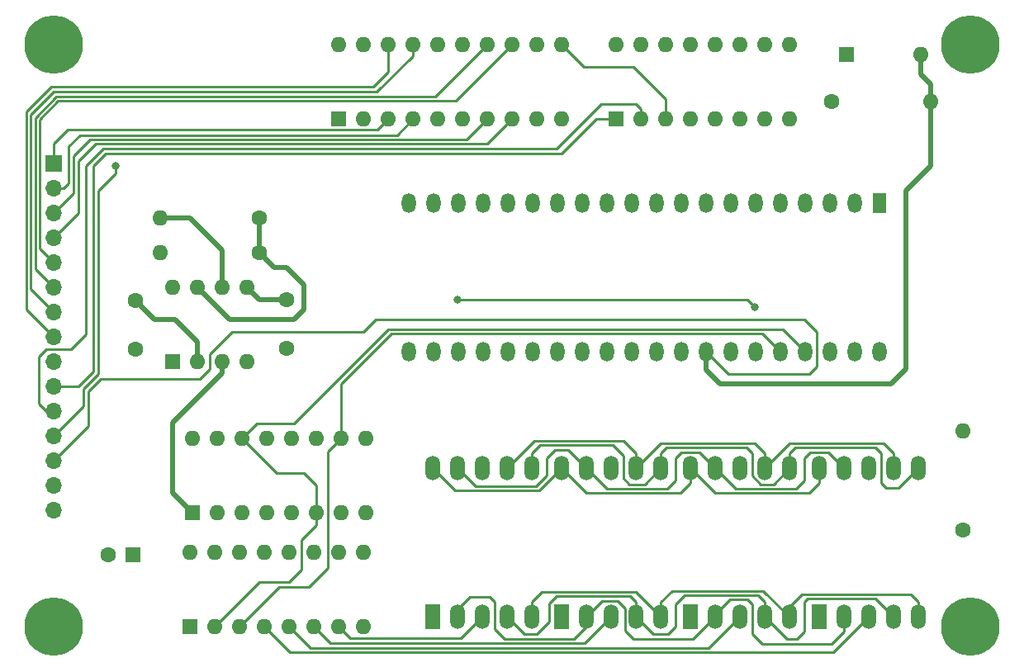
<source format=gbr>
%TF.GenerationSoftware,KiCad,Pcbnew,(5.1.10-1-10_14)*%
%TF.CreationDate,2021-07-31T23:03:57-04:00*%
%TF.ProjectId,DISPLAY,44495350-4c41-4592-9e6b-696361645f70,rev?*%
%TF.SameCoordinates,Original*%
%TF.FileFunction,Copper,L1,Top*%
%TF.FilePolarity,Positive*%
%FSLAX46Y46*%
G04 Gerber Fmt 4.6, Leading zero omitted, Abs format (unit mm)*
G04 Created by KiCad (PCBNEW (5.1.10-1-10_14)) date 2021-07-31 23:03:57*
%MOMM*%
%LPD*%
G01*
G04 APERTURE LIST*
%TA.AperFunction,ComponentPad*%
%ADD10O,1.700000X1.700000*%
%TD*%
%TA.AperFunction,ComponentPad*%
%ADD11R,1.700000X1.700000*%
%TD*%
%TA.AperFunction,ComponentPad*%
%ADD12O,1.600000X1.600000*%
%TD*%
%TA.AperFunction,ComponentPad*%
%ADD13C,1.600000*%
%TD*%
%TA.AperFunction,ComponentPad*%
%ADD14R,1.600000X1.600000*%
%TD*%
%TA.AperFunction,ComponentPad*%
%ADD15C,0.800000*%
%TD*%
%TA.AperFunction,ComponentPad*%
%ADD16C,6.000000*%
%TD*%
%TA.AperFunction,ComponentPad*%
%ADD17O,1.440000X2.000000*%
%TD*%
%TA.AperFunction,ComponentPad*%
%ADD18R,1.440000X2.000000*%
%TD*%
%TA.AperFunction,ComponentPad*%
%ADD19R,1.524000X2.524000*%
%TD*%
%TA.AperFunction,ComponentPad*%
%ADD20O,1.524000X2.524000*%
%TD*%
%TA.AperFunction,ViaPad*%
%ADD21C,0.800000*%
%TD*%
%TA.AperFunction,Conductor*%
%ADD22C,0.500000*%
%TD*%
%TA.AperFunction,Conductor*%
%ADD23C,0.250000*%
%TD*%
G04 APERTURE END LIST*
D10*
%TO.P,J2,15*%
%TO.N,VCC*%
X86868000Y-58928000D03*
%TO.P,J2,14*%
%TO.N,GND*%
X86868000Y-56388000D03*
%TO.P,J2,13*%
%TO.N,SIGNED*%
X86868000Y-53848000D03*
%TO.P,J2,12*%
%TO.N,RST*%
X86868000Y-51308000D03*
%TO.P,J2,11*%
%TO.N,CLOCK*%
X86868000Y-48768000D03*
%TO.P,J2,10*%
%TO.N,OI*%
X86868000Y-46228000D03*
%TO.P,J2,9*%
%TO.N,HEX*%
X86868000Y-43688000D03*
%TO.P,J2,8*%
%TO.N,BUS0*%
X86868000Y-41148000D03*
%TO.P,J2,7*%
%TO.N,BUS1*%
X86868000Y-38608000D03*
%TO.P,J2,6*%
%TO.N,BUS2*%
X86868000Y-36068000D03*
%TO.P,J2,5*%
%TO.N,BUS3*%
X86868000Y-33528000D03*
%TO.P,J2,4*%
%TO.N,BUS4*%
X86868000Y-30988000D03*
%TO.P,J2,3*%
%TO.N,BUS5*%
X86868000Y-28448000D03*
%TO.P,J2,2*%
%TO.N,BUS6*%
X86868000Y-25908000D03*
D11*
%TO.P,J2,1*%
%TO.N,BUS7*%
X86868000Y-23368000D03*
%TD*%
D12*
%TO.P,R2,2*%
%TO.N,HEX*%
X180086000Y-50800000D03*
D13*
%TO.P,R2,1*%
%TO.N,GND*%
X180086000Y-60960000D03*
%TD*%
D12*
%TO.P,SW1,2*%
%TO.N,SIGNED*%
X175768000Y-12192000D03*
D14*
%TO.P,SW1,1*%
%TO.N,VCC*%
X168148000Y-12192000D03*
%TD*%
D12*
%TO.P,R1,2*%
%TO.N,SIGNED*%
X176784000Y-17018000D03*
D13*
%TO.P,R1,1*%
%TO.N,GND*%
X166624000Y-17018000D03*
%TD*%
%TO.P,C16,2*%
%TO.N,GND*%
X92496000Y-63500000D03*
D14*
%TO.P,C16,1*%
%TO.N,VCC*%
X94996000Y-63500000D03*
%TD*%
D15*
%TO.P,REF\u002A\u002A,1*%
%TO.N,N/C*%
X88458990Y-9585010D03*
X86868000Y-8926000D03*
X85277010Y-9585010D03*
X84618000Y-11176000D03*
X85277010Y-12766990D03*
X86868000Y-13426000D03*
X88458990Y-12766990D03*
X89118000Y-11176000D03*
D16*
X86868000Y-11176000D03*
%TD*%
%TO.P,REF\u002A\u002A,1*%
%TO.N,N/C*%
X86868000Y-70866000D03*
D15*
X89118000Y-70866000D03*
X88458990Y-72456990D03*
X86868000Y-73116000D03*
X85277010Y-72456990D03*
X84618000Y-70866000D03*
X85277010Y-69275010D03*
X86868000Y-68616000D03*
X88458990Y-69275010D03*
%TD*%
D16*
%TO.P,REF\u002A\u002A,1*%
%TO.N,N/C*%
X180848000Y-11176000D03*
D15*
X183098000Y-11176000D03*
X182438990Y-12766990D03*
X180848000Y-13426000D03*
X179257010Y-12766990D03*
X178598000Y-11176000D03*
X179257010Y-9585010D03*
X180848000Y-8926000D03*
X182438990Y-9585010D03*
%TD*%
%TO.P,REF\u002A\u002A,1*%
%TO.N,N/C*%
X182438990Y-69275010D03*
X180848000Y-68616000D03*
X179257010Y-69275010D03*
X178598000Y-70866000D03*
X179257010Y-72456990D03*
X180848000Y-73116000D03*
X182438990Y-72456990D03*
X183098000Y-70866000D03*
D16*
X180848000Y-70866000D03*
%TD*%
D12*
%TO.P,U4332,16*%
%TO.N,VCC*%
X100838000Y-63246000D03*
%TO.P,U4332,8*%
%TO.N,GND*%
X118618000Y-70866000D03*
%TO.P,U4332,15*%
%TO.N,N/C*%
X103378000Y-63246000D03*
%TO.P,U4332,7*%
%TO.N,SIGN_DISPLAY*%
X116078000Y-70866000D03*
%TO.P,U4332,14*%
%TO.N,N/C*%
X105918000Y-63246000D03*
%TO.P,U4332,6*%
%TO.N,100_DISPLAY*%
X113538000Y-70866000D03*
%TO.P,U4332,13*%
%TO.N,N/C*%
X108458000Y-63246000D03*
%TO.P,U4332,5*%
%TO.N,10_DISPLAY*%
X110998000Y-70866000D03*
%TO.P,U4332,12*%
%TO.N,N/C*%
X110998000Y-63246000D03*
%TO.P,U4332,4*%
%TO.N,1_DISPLAY*%
X108458000Y-70866000D03*
%TO.P,U4332,11*%
%TO.N,N/C*%
X113538000Y-63246000D03*
%TO.P,U4332,3*%
%TO.N,A1*%
X105918000Y-70866000D03*
%TO.P,U4332,10*%
%TO.N,N/C*%
X116078000Y-63246000D03*
%TO.P,U4332,2*%
%TO.N,A0*%
X103378000Y-70866000D03*
%TO.P,U4332,9*%
%TO.N,N/C*%
X118618000Y-63246000D03*
D14*
%TO.P,U4332,1*%
%TO.N,GND*%
X100838000Y-70866000D03*
%TD*%
D12*
%TO.P,U2444,16*%
%TO.N,VCC*%
X101092000Y-51562000D03*
%TO.P,U2444,8*%
X118872000Y-59182000D03*
%TO.P,U2444,15*%
%TO.N,Net-(U2444-Pad15)*%
X103632000Y-51562000D03*
%TO.P,U2444,7*%
%TO.N,VCC*%
X116332000Y-59182000D03*
%TO.P,U2444,14*%
%TO.N,A0*%
X106172000Y-51562000D03*
%TO.P,U2444,6*%
X113792000Y-59182000D03*
%TO.P,U2444,13*%
%TO.N,GND*%
X108712000Y-51562000D03*
%TO.P,U2444,5*%
%TO.N,VCC*%
X111252000Y-59182000D03*
%TO.P,U2444,12*%
X111252000Y-51562000D03*
%TO.P,U2444,4*%
X108712000Y-59182000D03*
%TO.P,U2444,11*%
%TO.N,Net-(U2444-Pad11)*%
X113792000Y-51562000D03*
%TO.P,U2444,3*%
%TO.N,VCC*%
X106172000Y-59182000D03*
%TO.P,U2444,10*%
%TO.N,A1*%
X116332000Y-51562000D03*
%TO.P,U2444,2*%
%TO.N,VCC*%
X103632000Y-59182000D03*
%TO.P,U2444,9*%
X118872000Y-51562000D03*
D14*
%TO.P,U2444,1*%
%TO.N,RATE*%
X101092000Y-59182000D03*
%TD*%
D12*
%TO.P,U1555,8*%
%TO.N,VCC*%
X99060000Y-36068000D03*
%TO.P,U1555,4*%
%TO.N,Net-(U1555-Pad4)*%
X106680000Y-43688000D03*
%TO.P,U1555,7*%
%TO.N,Net-(R1452-Pad1)*%
X101600000Y-36068000D03*
%TO.P,U1555,3*%
%TO.N,RATE*%
X104140000Y-43688000D03*
%TO.P,U1555,6*%
%TO.N,Net-(C133-Pad2)*%
X104140000Y-36068000D03*
%TO.P,U1555,2*%
X101600000Y-43688000D03*
%TO.P,U1555,5*%
%TO.N,Net-(C233-Pad1)*%
X106680000Y-36068000D03*
D14*
%TO.P,U1555,1*%
%TO.N,GND*%
X99060000Y-43688000D03*
%TD*%
D17*
%TO.P,U9,*%
%TO.N,*%
X123291600Y-42672000D03*
X123291600Y-27432000D03*
X125831600Y-42672000D03*
X125831600Y-27432000D03*
X128371600Y-42672000D03*
X128371600Y-27432000D03*
X130911600Y-42672000D03*
X130911600Y-27432000D03*
X133451600Y-42672000D03*
X133451600Y-27432000D03*
X135991600Y-42672000D03*
X135991600Y-27432000D03*
%TO.P,U9,15*%
%TO.N,D_SEG*%
X138531600Y-42672000D03*
%TO.P,U9,14*%
%TO.N,GND*%
X138531600Y-27432000D03*
%TO.P,U9,16*%
%TO.N,C_SEG*%
X141071600Y-42672000D03*
%TO.P,U9,13*%
%TO.N,E_SEG*%
X141071600Y-27432000D03*
%TO.P,U9,17*%
%TO.N,B_SEG*%
X143611600Y-42672000D03*
%TO.P,U9,12*%
%TO.N,F_SEG*%
X143611600Y-27432000D03*
%TO.P,U9,18*%
%TO.N,A_SEG*%
X146151600Y-42672000D03*
%TO.P,U9,11*%
%TO.N,G_SEG*%
X146151600Y-27432000D03*
%TO.P,U9,19*%
%TO.N,DP_SEG*%
X148691600Y-42672000D03*
%TO.P,U9,10*%
%TO.N,Net-(U3-Pad19)*%
X148691600Y-27432000D03*
%TO.P,U9,20*%
%TO.N,GND*%
X151231600Y-42672000D03*
%TO.P,U9,9*%
%TO.N,Net-(U3-Pad16)*%
X151231600Y-27432000D03*
%TO.P,U9,21*%
%TO.N,SIGNED*%
X153771600Y-42672000D03*
%TO.P,U9,8*%
%TO.N,Net-(U3-Pad15)*%
X153771600Y-27432000D03*
%TO.P,U9,22*%
%TO.N,GND*%
X156311600Y-42672000D03*
%TO.P,U9,7*%
%TO.N,Net-(U3-Pad12)*%
X156311600Y-27432000D03*
%TO.P,U9,23*%
%TO.N,HEX*%
X158851600Y-42672000D03*
%TO.P,U9,6*%
%TO.N,Net-(U3-Pad9)*%
X158851600Y-27432000D03*
%TO.P,U9,24*%
%TO.N,A1*%
X161391600Y-42672000D03*
%TO.P,U9,5*%
%TO.N,Net-(U3-Pad6)*%
X161391600Y-27432000D03*
%TO.P,U9,25*%
%TO.N,A0*%
X163931600Y-42672000D03*
%TO.P,U9,4*%
%TO.N,Net-(U3-Pad5)*%
X163931600Y-27432000D03*
%TO.P,U9,26*%
%TO.N,GND*%
X166471600Y-42672000D03*
%TO.P,U9,3*%
%TO.N,Net-(U3-Pad2)*%
X166471600Y-27432000D03*
%TO.P,U9,27*%
%TO.N,VCC*%
X169011600Y-42672000D03*
%TO.P,U9,2*%
%TO.N,GND*%
X169011600Y-27432000D03*
%TO.P,U9,28*%
%TO.N,VCC*%
X171551600Y-42672000D03*
D18*
%TO.P,U9,1*%
%TO.N,GND*%
X171551600Y-27432000D03*
%TD*%
D19*
%TO.P,U6,1*%
%TO.N,E_SEG*%
X165354000Y-69850000D03*
D20*
%TO.P,U6,2*%
%TO.N,D_SEG*%
X167894000Y-69850000D03*
%TO.P,U6,3*%
%TO.N,1_DISPLAY*%
X170434000Y-69850000D03*
%TO.P,U6,4*%
%TO.N,C_SEG*%
X172974000Y-69850000D03*
%TO.P,U6,5*%
%TO.N,DP_SEG*%
X175514000Y-69850000D03*
%TO.P,U6,6*%
%TO.N,B_SEG*%
X175514000Y-54610000D03*
%TO.P,U6,7*%
%TO.N,A_SEG*%
X172974000Y-54610000D03*
%TO.P,U6,8*%
%TO.N,1_DISPLAY*%
X170434000Y-54610000D03*
%TO.P,U6,9*%
%TO.N,F_SEG*%
X167894000Y-54610000D03*
%TO.P,U6,10*%
%TO.N,G_SEG*%
X165354000Y-54610000D03*
%TD*%
D19*
%TO.P,U5,1*%
%TO.N,E_SEG*%
X152146000Y-69850000D03*
D20*
%TO.P,U5,2*%
%TO.N,D_SEG*%
X154686000Y-69850000D03*
%TO.P,U5,3*%
%TO.N,10_DISPLAY*%
X157226000Y-69850000D03*
%TO.P,U5,4*%
%TO.N,C_SEG*%
X159766000Y-69850000D03*
%TO.P,U5,5*%
%TO.N,DP_SEG*%
X162306000Y-69850000D03*
%TO.P,U5,6*%
%TO.N,B_SEG*%
X162306000Y-54610000D03*
%TO.P,U5,7*%
%TO.N,A_SEG*%
X159766000Y-54610000D03*
%TO.P,U5,8*%
%TO.N,10_DISPLAY*%
X157226000Y-54610000D03*
%TO.P,U5,9*%
%TO.N,F_SEG*%
X154686000Y-54610000D03*
%TO.P,U5,10*%
%TO.N,G_SEG*%
X152146000Y-54610000D03*
%TD*%
D19*
%TO.P,U4,1*%
%TO.N,E_SEG*%
X138938000Y-69850000D03*
D20*
%TO.P,U4,2*%
%TO.N,D_SEG*%
X141478000Y-69850000D03*
%TO.P,U4,3*%
%TO.N,100_DISPLAY*%
X144018000Y-69850000D03*
%TO.P,U4,4*%
%TO.N,C_SEG*%
X146558000Y-69850000D03*
%TO.P,U4,5*%
%TO.N,DP_SEG*%
X149098000Y-69850000D03*
%TO.P,U4,6*%
%TO.N,B_SEG*%
X149098000Y-54610000D03*
%TO.P,U4,7*%
%TO.N,A_SEG*%
X146558000Y-54610000D03*
%TO.P,U4,8*%
%TO.N,100_DISPLAY*%
X144018000Y-54610000D03*
%TO.P,U4,9*%
%TO.N,F_SEG*%
X141478000Y-54610000D03*
%TO.P,U4,10*%
%TO.N,G_SEG*%
X138938000Y-54610000D03*
%TD*%
D12*
%TO.P,U3,20*%
%TO.N,VCC*%
X116078000Y-11176000D03*
%TO.P,U3,10*%
%TO.N,GND*%
X138938000Y-18796000D03*
%TO.P,U3,19*%
%TO.N,Net-(U3-Pad19)*%
X118618000Y-11176000D03*
%TO.P,U3,9*%
%TO.N,Net-(U3-Pad9)*%
X136398000Y-18796000D03*
%TO.P,U3,18*%
%TO.N,BUS0*%
X121158000Y-11176000D03*
%TO.P,U3,8*%
%TO.N,BUS4*%
X133858000Y-18796000D03*
%TO.P,U3,17*%
%TO.N,BUS1*%
X123698000Y-11176000D03*
%TO.P,U3,7*%
%TO.N,BUS5*%
X131318000Y-18796000D03*
%TO.P,U3,16*%
%TO.N,Net-(U3-Pad16)*%
X126238000Y-11176000D03*
%TO.P,U3,6*%
%TO.N,Net-(U3-Pad6)*%
X128778000Y-18796000D03*
%TO.P,U3,15*%
%TO.N,Net-(U3-Pad15)*%
X128778000Y-11176000D03*
%TO.P,U3,5*%
%TO.N,Net-(U3-Pad5)*%
X126238000Y-18796000D03*
%TO.P,U3,14*%
%TO.N,BUS2*%
X131318000Y-11176000D03*
%TO.P,U3,4*%
%TO.N,BUS6*%
X123698000Y-18796000D03*
%TO.P,U3,13*%
%TO.N,BUS3*%
X133858000Y-11176000D03*
%TO.P,U3,3*%
%TO.N,BUS7*%
X121158000Y-18796000D03*
%TO.P,U3,12*%
%TO.N,Net-(U3-Pad12)*%
X136398000Y-11176000D03*
%TO.P,U3,2*%
%TO.N,Net-(U3-Pad2)*%
X118618000Y-18796000D03*
%TO.P,U3,11*%
%TO.N,Net-(U2-Pad3)*%
X138938000Y-11176000D03*
D14*
%TO.P,U3,1*%
%TO.N,RST*%
X116078000Y-18796000D03*
%TD*%
D12*
%TO.P,U2,16*%
%TO.N,N/C*%
X144526000Y-11176000D03*
%TO.P,U2,8*%
X162306000Y-18796000D03*
%TO.P,U2,15*%
X147066000Y-11176000D03*
%TO.P,U2,7*%
%TO.N,GND*%
X159766000Y-18796000D03*
%TO.P,U2,14*%
%TO.N,VCC*%
X149606000Y-11176000D03*
%TO.P,U2,6*%
%TO.N,N/C*%
X157226000Y-18796000D03*
%TO.P,U2,13*%
X152146000Y-11176000D03*
%TO.P,U2,5*%
X154686000Y-18796000D03*
%TO.P,U2,12*%
X154686000Y-11176000D03*
%TO.P,U2,4*%
X152146000Y-18796000D03*
%TO.P,U2,11*%
X157226000Y-11176000D03*
%TO.P,U2,3*%
%TO.N,Net-(U2-Pad3)*%
X149606000Y-18796000D03*
%TO.P,U2,10*%
%TO.N,N/C*%
X159766000Y-11176000D03*
%TO.P,U2,2*%
%TO.N,CLOCK*%
X147066000Y-18796000D03*
%TO.P,U2,9*%
%TO.N,N/C*%
X162306000Y-11176000D03*
D14*
%TO.P,U2,1*%
%TO.N,OI*%
X144526000Y-18796000D03*
%TD*%
D19*
%TO.P,U1,1*%
%TO.N,E_SEG*%
X125730000Y-69850000D03*
D20*
%TO.P,U1,2*%
%TO.N,D_SEG*%
X128270000Y-69850000D03*
%TO.P,U1,3*%
%TO.N,SIGN_DISPLAY*%
X130810000Y-69850000D03*
%TO.P,U1,4*%
%TO.N,C_SEG*%
X133350000Y-69850000D03*
%TO.P,U1,5*%
%TO.N,DP_SEG*%
X135890000Y-69850000D03*
%TO.P,U1,6*%
%TO.N,B_SEG*%
X135890000Y-54610000D03*
%TO.P,U1,7*%
%TO.N,A_SEG*%
X133350000Y-54610000D03*
%TO.P,U1,8*%
%TO.N,SIGN_DISPLAY*%
X130810000Y-54610000D03*
%TO.P,U1,9*%
%TO.N,F_SEG*%
X128270000Y-54610000D03*
%TO.P,U1,10*%
%TO.N,G_SEG*%
X125730000Y-54610000D03*
%TD*%
D12*
%TO.P,R2123,2*%
%TO.N,VCC*%
X97790000Y-32512000D03*
D13*
%TO.P,R2123,1*%
%TO.N,Net-(R1452-Pad1)*%
X107950000Y-32512000D03*
%TD*%
D12*
%TO.P,R1452,2*%
%TO.N,Net-(C133-Pad2)*%
X97790000Y-28956000D03*
D13*
%TO.P,R1452,1*%
%TO.N,Net-(R1452-Pad1)*%
X107950000Y-28956000D03*
%TD*%
%TO.P,C233,2*%
%TO.N,GND*%
X110744000Y-42338000D03*
%TO.P,C233,1*%
%TO.N,Net-(C233-Pad1)*%
X110744000Y-37338000D03*
%TD*%
%TO.P,C133,2*%
%TO.N,Net-(C133-Pad2)*%
X95250000Y-37418000D03*
%TO.P,C133,1*%
%TO.N,GND*%
X95250000Y-42418000D03*
%TD*%
D21*
%TO.N,RST*%
X93218000Y-23622000D03*
%TO.N,HEX*%
X128270000Y-37338000D03*
X158750000Y-38100000D03*
%TD*%
D22*
%TO.N,Net-(C133-Pad2)*%
X95250000Y-37418000D02*
X97202000Y-39370000D01*
X97202000Y-39370000D02*
X99314000Y-39370000D01*
X101600000Y-41656000D02*
X101600000Y-43688000D01*
X99314000Y-39370000D02*
X101600000Y-41656000D01*
X104140000Y-36068000D02*
X104140000Y-32258000D01*
X100838000Y-28956000D02*
X97790000Y-28956000D01*
X104140000Y-32258000D02*
X100838000Y-28956000D01*
%TO.N,Net-(C233-Pad1)*%
X107950000Y-37338000D02*
X106680000Y-36068000D01*
X110744000Y-37338000D02*
X107950000Y-37338000D01*
%TO.N,Net-(R1452-Pad1)*%
X107950000Y-28956000D02*
X107950000Y-32512000D01*
X107950000Y-32512000D02*
X109474000Y-34036000D01*
X109474000Y-34036000D02*
X110744000Y-34036000D01*
X110744000Y-34036000D02*
X112522000Y-35814000D01*
X112522000Y-35814000D02*
X112522000Y-38354000D01*
X112522000Y-38354000D02*
X111506000Y-39370000D01*
X104902000Y-39370000D02*
X101600000Y-36068000D01*
X111506000Y-39370000D02*
X104902000Y-39370000D01*
D23*
%TO.N,Net-(U2-Pad3)*%
X149606000Y-18796000D02*
X149606000Y-16764000D01*
X149606000Y-16764000D02*
X146304000Y-13462000D01*
X141224000Y-13462000D02*
X138938000Y-11176000D01*
X146304000Y-13462000D02*
X141224000Y-13462000D01*
%TO.N,BUS0*%
X84074000Y-38354000D02*
X86868000Y-41148000D01*
X84074000Y-18034000D02*
X84074000Y-38354000D01*
X86614000Y-15494000D02*
X84074000Y-18034000D01*
X119634000Y-15494000D02*
X86614000Y-15494000D01*
X121158000Y-13970000D02*
X119634000Y-15494000D01*
X121158000Y-11176000D02*
X121158000Y-13970000D01*
%TO.N,BUS1*%
X84524011Y-36264011D02*
X86868000Y-38608000D01*
X84524011Y-18345989D02*
X84524011Y-36264011D01*
X120003370Y-16002000D02*
X86868000Y-16002000D01*
X123698000Y-12307370D02*
X120003370Y-16002000D01*
X86868000Y-16002000D02*
X84524011Y-18345989D01*
X123698000Y-11176000D02*
X123698000Y-12307370D01*
%TO.N,BUS2*%
X84974022Y-34174022D02*
X86868000Y-36068000D01*
X84974022Y-18657978D02*
X84974022Y-34174022D01*
X87122000Y-16510000D02*
X84974022Y-18657978D01*
X125984000Y-16510000D02*
X87122000Y-16510000D01*
X131318000Y-11176000D02*
X125984000Y-16510000D01*
%TO.N,BUS3*%
X85424033Y-18844377D02*
X85424033Y-32084033D01*
X87308399Y-16960011D02*
X85424033Y-18844377D01*
X128073989Y-16960011D02*
X87308399Y-16960011D01*
X85424033Y-32084033D02*
X86868000Y-33528000D01*
X133858000Y-11176000D02*
X128073989Y-16960011D01*
%TO.N,BUS4*%
X89408000Y-28448000D02*
X86868000Y-30988000D01*
X89408000Y-23114000D02*
X89408000Y-28448000D01*
X91186000Y-21336000D02*
X89408000Y-23114000D01*
X131318000Y-21336000D02*
X91186000Y-21336000D01*
X133858000Y-18796000D02*
X131318000Y-21336000D01*
%TO.N,BUS5*%
X88900000Y-26416000D02*
X86868000Y-28448000D01*
X88900000Y-22606000D02*
X88900000Y-26416000D01*
X129228011Y-20885989D02*
X90620011Y-20885989D01*
X90620011Y-20885989D02*
X88900000Y-22606000D01*
X131318000Y-18796000D02*
X129228011Y-20885989D01*
%TO.N,BUS6*%
X87884000Y-25908000D02*
X86868000Y-25908000D01*
X88392000Y-25400000D02*
X87884000Y-25908000D01*
X122058022Y-20435978D02*
X89546022Y-20435978D01*
X88392000Y-21590000D02*
X88392000Y-25400000D01*
X89546022Y-20435978D02*
X88392000Y-21590000D01*
X123698000Y-18796000D02*
X122058022Y-20435978D01*
%TO.N,BUS7*%
X86868000Y-21336000D02*
X86868000Y-23368000D01*
X88282999Y-19921001D02*
X86868000Y-21336000D01*
X120032999Y-19921001D02*
X88282999Y-19921001D01*
X121158000Y-18796000D02*
X120032999Y-19921001D01*
%TO.N,RST*%
X86868000Y-51308000D02*
X89916000Y-48260000D01*
X89916000Y-48260000D02*
X89916000Y-46482000D01*
X89916000Y-46482000D02*
X91440000Y-44958000D01*
X91440000Y-44958000D02*
X91440000Y-26162000D01*
X93218000Y-24384000D02*
X93218000Y-23622000D01*
X91440000Y-26162000D02*
X93218000Y-24384000D01*
%TO.N,CLOCK*%
X91948000Y-21844000D02*
X90170000Y-23622000D01*
X143002000Y-17272000D02*
X138430000Y-21844000D01*
X146558000Y-17272000D02*
X143002000Y-17272000D01*
X138430000Y-21844000D02*
X91948000Y-21844000D01*
X147066000Y-17780000D02*
X146558000Y-17272000D01*
X147066000Y-18796000D02*
X147066000Y-17780000D01*
X85344000Y-43180000D02*
X86106000Y-42418000D01*
X85344000Y-48006000D02*
X85344000Y-43180000D01*
X86106000Y-48768000D02*
X85344000Y-48006000D01*
X86106000Y-42418000D02*
X88646000Y-42418000D01*
X88646000Y-42418000D02*
X90170000Y-40894000D01*
X86868000Y-48768000D02*
X86106000Y-48768000D01*
X90170000Y-23622000D02*
X90170000Y-40894000D01*
%TO.N,OI*%
X138938000Y-22352000D02*
X142494000Y-18796000D01*
X92202000Y-22352000D02*
X138938000Y-22352000D01*
X90932000Y-23622000D02*
X92202000Y-22352000D01*
X90932000Y-44704000D02*
X90932000Y-23622000D01*
X142494000Y-18796000D02*
X144526000Y-18796000D01*
X89408000Y-46228000D02*
X90932000Y-44704000D01*
X86868000Y-46228000D02*
X89408000Y-46228000D01*
%TO.N,D_SEG*%
X166624000Y-72644000D02*
X167894000Y-71374000D01*
X157988000Y-68072000D02*
X158496000Y-68580000D01*
X159512000Y-72644000D02*
X166624000Y-72644000D01*
X158496000Y-71628000D02*
X159512000Y-72644000D01*
X156210000Y-68072000D02*
X157988000Y-68072000D01*
X154686000Y-69596000D02*
X156210000Y-68072000D01*
X158496000Y-68580000D02*
X158496000Y-71628000D01*
X167894000Y-71374000D02*
X167894000Y-69850000D01*
X154686000Y-69850000D02*
X154686000Y-69596000D01*
X140208000Y-72136000D02*
X141478000Y-70866000D01*
X133096000Y-72136000D02*
X140208000Y-72136000D01*
X132080000Y-71120000D02*
X133096000Y-72136000D01*
X132080000Y-68326000D02*
X132080000Y-71120000D01*
X131572000Y-67818000D02*
X132080000Y-68326000D01*
X141478000Y-70866000D02*
X141478000Y-69850000D01*
X129540000Y-67818000D02*
X131572000Y-67818000D01*
X128270000Y-69088000D02*
X129540000Y-67818000D01*
X128270000Y-69850000D02*
X128270000Y-69088000D01*
X145470990Y-71302990D02*
X146304000Y-72136000D01*
X144664022Y-68210022D02*
X145470990Y-69016990D01*
X141478000Y-69850000D02*
X143117978Y-68210022D01*
X146304000Y-72136000D02*
X152400000Y-72136000D01*
X145470990Y-69016990D02*
X145470990Y-71302990D01*
X143117978Y-68210022D02*
X144664022Y-68210022D01*
X152400000Y-72136000D02*
X154686000Y-69850000D01*
%TO.N,SIGN_DISPLAY*%
X117267967Y-72055967D02*
X128604033Y-72055967D01*
X116078000Y-70866000D02*
X117267967Y-72055967D01*
X128604033Y-72055967D02*
X130810000Y-69850000D01*
%TO.N,C_SEG*%
X146558000Y-69850000D02*
X148336000Y-71628000D01*
X148336000Y-71628000D02*
X149860000Y-71628000D01*
X149860000Y-71628000D02*
X150622000Y-70866000D01*
X159766000Y-68338000D02*
X159766000Y-69850000D01*
X150622000Y-70866000D02*
X150622000Y-68580000D01*
X150622000Y-68580000D02*
X151580011Y-67621989D01*
X159049989Y-67621989D02*
X159766000Y-68338000D01*
X151580011Y-67621989D02*
X159049989Y-67621989D01*
X171138011Y-68014011D02*
X172974000Y-69850000D01*
X163068000Y-72136000D02*
X163830000Y-71374000D01*
X159766000Y-69850000D02*
X162052000Y-72136000D01*
X162052000Y-72136000D02*
X163068000Y-72136000D01*
X163830000Y-71374000D02*
X163830000Y-68326000D01*
X164141989Y-68014011D02*
X171138011Y-68014011D01*
X163830000Y-68326000D02*
X164141989Y-68014011D01*
X137668000Y-70358000D02*
X137668000Y-68510998D01*
X138418987Y-67760011D02*
X145980011Y-67760011D01*
X133350000Y-69850000D02*
X135128000Y-71628000D01*
X136398000Y-71628000D02*
X137668000Y-70358000D01*
X135128000Y-71628000D02*
X136398000Y-71628000D01*
X137668000Y-68510998D02*
X138418987Y-67760011D01*
X145980011Y-67760011D02*
X146558000Y-68338000D01*
X146558000Y-68338000D02*
X146558000Y-69850000D01*
%TO.N,B_SEG*%
X172212000Y-56642000D02*
X173482000Y-56642000D01*
X162306000Y-53098000D02*
X162883989Y-52520011D01*
X162306000Y-54610000D02*
X162306000Y-53098000D01*
X173482000Y-56642000D02*
X175514000Y-54610000D01*
X162883989Y-52520011D02*
X171138011Y-52520011D01*
X171138011Y-52520011D02*
X171704000Y-53086000D01*
X171704000Y-53086000D02*
X171704000Y-56134000D01*
X171704000Y-56134000D02*
X172212000Y-56642000D01*
X145288000Y-53340000D02*
X145288000Y-55626000D01*
X135890000Y-54610000D02*
X135890000Y-53098000D01*
X144214011Y-52266011D02*
X145288000Y-53340000D01*
X145911978Y-56249978D02*
X147458022Y-56249978D01*
X136721989Y-52266011D02*
X144214011Y-52266011D01*
X135890000Y-53098000D02*
X136721989Y-52266011D01*
X145288000Y-55626000D02*
X145911978Y-56249978D01*
X147458022Y-56249978D02*
X149098000Y-54610000D01*
X149098000Y-54610000D02*
X149098000Y-53098000D01*
X149098000Y-53098000D02*
X149675989Y-52520011D01*
X149675989Y-52520011D02*
X157930011Y-52520011D01*
X158496000Y-53086000D02*
X158496000Y-55377264D01*
X159368714Y-56249978D02*
X160666022Y-56249978D01*
X157930011Y-52520011D02*
X158496000Y-53086000D01*
X158496000Y-55377264D02*
X159368714Y-56249978D01*
X160666022Y-56249978D02*
X162306000Y-54610000D01*
%TO.N,A_SEG*%
X146558000Y-53098000D02*
X146558000Y-54610000D01*
X133350000Y-54610000D02*
X136144000Y-51816000D01*
X145276000Y-51816000D02*
X146558000Y-53098000D01*
X136144000Y-51816000D02*
X145276000Y-51816000D01*
X159766000Y-53098000D02*
X159766000Y-54610000D01*
X146558000Y-54610000D02*
X149098000Y-52070000D01*
X158738000Y-52070000D02*
X159766000Y-53098000D01*
X149098000Y-52070000D02*
X158738000Y-52070000D01*
X171946000Y-52070000D02*
X172974000Y-53098000D01*
X162306000Y-52070000D02*
X171946000Y-52070000D01*
X159766000Y-54610000D02*
X162306000Y-52070000D01*
X172974000Y-53098000D02*
X172974000Y-54610000D01*
%TO.N,F_SEG*%
X128270000Y-54610000D02*
X130105989Y-56445989D01*
X130105989Y-56445989D02*
X136340011Y-56445989D01*
X138291978Y-52716022D02*
X139584022Y-52716022D01*
X137414000Y-53594000D02*
X138291978Y-52716022D01*
X137414000Y-55372000D02*
X137414000Y-53594000D01*
X136340011Y-56445989D02*
X137414000Y-55372000D01*
X139584022Y-52716022D02*
X141478000Y-54610000D01*
X151245978Y-52970022D02*
X153046022Y-52970022D01*
X150622000Y-53594000D02*
X151245978Y-52970022D01*
X150622000Y-55880000D02*
X150622000Y-53594000D01*
X149802011Y-56699989D02*
X150622000Y-55880000D01*
X153046022Y-52970022D02*
X154686000Y-54610000D01*
X141478000Y-54610000D02*
X143567989Y-56699989D01*
X143567989Y-56699989D02*
X149802011Y-56699989D01*
X163010011Y-56699989D02*
X163830000Y-55880000D01*
X163830000Y-55880000D02*
X163830000Y-53594000D01*
X164453978Y-52970022D02*
X166254022Y-52970022D01*
X166254022Y-52970022D02*
X167894000Y-54610000D01*
X163830000Y-53594000D02*
X164453978Y-52970022D01*
X154686000Y-54610000D02*
X156775989Y-56699989D01*
X156775989Y-56699989D02*
X163010011Y-56699989D01*
%TO.N,G_SEG*%
X136652000Y-56896000D02*
X138938000Y-54610000D01*
X128016000Y-56896000D02*
X136652000Y-56896000D01*
X125730000Y-54610000D02*
X128016000Y-56896000D01*
X152146000Y-56122000D02*
X152146000Y-54610000D01*
X151118000Y-57150000D02*
X152146000Y-56122000D01*
X141478000Y-57150000D02*
X151118000Y-57150000D01*
X138938000Y-54610000D02*
X141478000Y-57150000D01*
X164326000Y-57150000D02*
X165354000Y-56122000D01*
X154686000Y-57150000D02*
X164326000Y-57150000D01*
X152146000Y-54610000D02*
X154686000Y-57150000D01*
X165354000Y-56122000D02*
X165354000Y-54610000D01*
%TO.N,100_DISPLAY*%
X144018000Y-69850000D02*
X141281989Y-72586011D01*
X115258011Y-72586011D02*
X113538000Y-70866000D01*
X141281989Y-72586011D02*
X115258011Y-72586011D01*
%TO.N,10_DISPLAY*%
X113168022Y-73036022D02*
X154039978Y-73036022D01*
X110998000Y-70866000D02*
X113168022Y-73036022D01*
X154039978Y-73036022D02*
X157226000Y-69850000D01*
%TO.N,1_DISPLAY*%
X108458000Y-70866000D02*
X111078033Y-73486033D01*
X166797967Y-73486033D02*
X170434000Y-69850000D01*
X111078033Y-73486033D02*
X166797967Y-73486033D01*
%TO.N,DP_SEG*%
X149098000Y-69850000D02*
X149098000Y-68338000D01*
X149098000Y-68338000D02*
X150264020Y-67171980D01*
X150264020Y-67171980D02*
X159627980Y-67171980D01*
X159627980Y-67171980D02*
X162306000Y-69850000D01*
X175514000Y-68326000D02*
X175514000Y-69850000D01*
X163576000Y-67564000D02*
X174752000Y-67564000D01*
X162306000Y-69850000D02*
X162306000Y-68834000D01*
X174752000Y-67564000D02*
X175514000Y-68326000D01*
X162306000Y-68834000D02*
X163576000Y-67564000D01*
X146558000Y-67310000D02*
X149098000Y-69850000D01*
X136918000Y-67310000D02*
X146558000Y-67310000D01*
X135890000Y-68338000D02*
X136918000Y-67310000D01*
X135890000Y-69850000D02*
X135890000Y-68338000D01*
%TO.N,A1*%
X113030000Y-66802000D02*
X109982000Y-66802000D01*
X114952999Y-64879001D02*
X113030000Y-66802000D01*
X114952999Y-52941001D02*
X114952999Y-64879001D01*
X109982000Y-66802000D02*
X105918000Y-70866000D01*
X116332000Y-51562000D02*
X114952999Y-52941001D01*
X159555611Y-40836011D02*
X161391600Y-42672000D01*
X116332000Y-45974000D02*
X121469989Y-40836011D01*
X121469989Y-40836011D02*
X159555611Y-40836011D01*
X116332000Y-51562000D02*
X116332000Y-45974000D01*
%TO.N,A0*%
X113792000Y-60452000D02*
X113792000Y-59182000D01*
X107950000Y-66294000D02*
X110998000Y-66294000D01*
X110998000Y-66294000D02*
X112268000Y-65024000D01*
X112268000Y-61976000D02*
X113792000Y-60452000D01*
X112268000Y-65024000D02*
X112268000Y-61976000D01*
X103378000Y-70866000D02*
X107950000Y-66294000D01*
X106172000Y-51562000D02*
X109728000Y-55118000D01*
X109728000Y-55118000D02*
X112522000Y-55118000D01*
X113792000Y-56388000D02*
X113792000Y-59182000D01*
X112522000Y-55118000D02*
X113792000Y-56388000D01*
X121158000Y-40386000D02*
X161645600Y-40386000D01*
X161645600Y-40386000D02*
X163931600Y-42672000D01*
X111506000Y-50038000D02*
X121158000Y-40386000D01*
X107696000Y-50038000D02*
X111506000Y-50038000D01*
X106172000Y-51562000D02*
X107696000Y-50038000D01*
D22*
%TO.N,RATE*%
X104140000Y-44819370D02*
X99060000Y-49899370D01*
X104140000Y-43688000D02*
X104140000Y-44819370D01*
X99060000Y-49899370D02*
X99060000Y-57150000D01*
X99060000Y-57150000D02*
X101092000Y-59182000D01*
%TO.N,SIGNED*%
X175768000Y-12192000D02*
X175768000Y-14224000D01*
X176784000Y-15240000D02*
X176784000Y-17018000D01*
X175768000Y-14224000D02*
X176784000Y-15240000D01*
X155194000Y-45974000D02*
X153771600Y-44551600D01*
X174244000Y-44450000D02*
X172720000Y-45974000D01*
X172720000Y-45974000D02*
X155194000Y-45974000D01*
X153771600Y-44551600D02*
X153771600Y-42672000D01*
X174244000Y-26162000D02*
X174244000Y-44450000D01*
X176784000Y-23622000D02*
X174244000Y-26162000D01*
X176784000Y-17018000D02*
X176784000Y-23622000D01*
D23*
X156057600Y-44958000D02*
X153771600Y-42672000D01*
X165100000Y-44196000D02*
X164338000Y-44958000D01*
X118618000Y-40640000D02*
X119888000Y-39370000D01*
X164338000Y-44958000D02*
X156057600Y-44958000D01*
X163830000Y-39370000D02*
X165100000Y-40640000D01*
X105156000Y-40640000D02*
X118618000Y-40640000D01*
X102870000Y-42926000D02*
X105156000Y-40640000D01*
X102870000Y-44450000D02*
X102870000Y-42926000D01*
X165100000Y-40640000D02*
X165100000Y-44196000D01*
X91694000Y-45466000D02*
X101854000Y-45466000D01*
X90424000Y-46736000D02*
X91694000Y-45466000D01*
X101854000Y-45466000D02*
X102870000Y-44450000D01*
X119888000Y-39370000D02*
X163830000Y-39370000D01*
X90424000Y-50292000D02*
X90424000Y-46736000D01*
X86868000Y-53848000D02*
X90424000Y-50292000D01*
%TO.N,HEX*%
X128270000Y-37338000D02*
X157988000Y-37338000D01*
X157988000Y-37338000D02*
X158750000Y-38100000D01*
%TD*%
M02*

</source>
